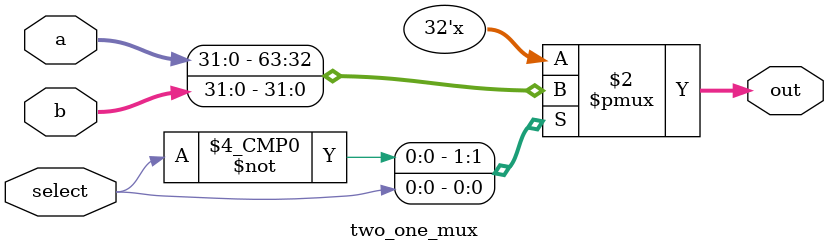
<source format=v>
module two_one_mux
(
    input select,
    input [31:0] a,
    input [31:0] b,
    output reg [31:0] out
);

always @(*) begin
    case (select)
        1'b0: out = a;
        1'b1: out = b;
    endcase
end

endmodule
</source>
